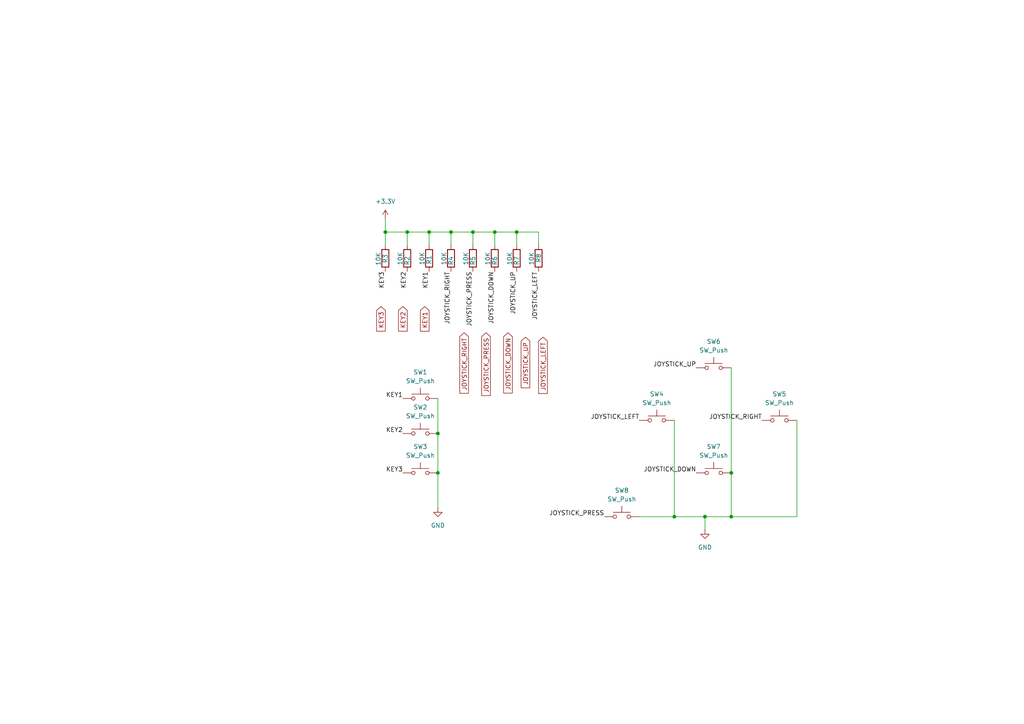
<source format=kicad_sch>
(kicad_sch (version 20250114) (generator "eeschema") (generator_version "9.0")
  (paper "A4")
  (lib_symbols
    (symbol "Device:R" (pin_numbers (hide yes)) (pin_names (offset 0))
      (property "Reference" "R" (at 2.032 0 90))
      (property "Value" "R" (at 0 0 90))
      (symbol "R_0_1"
        (rectangle (start -1.016 -2.54) (end 1.016 2.54) (stroke (width 0.254)))
      )
      (symbol "R_1_1"
        (pin passive line (at 0 3.81 270) (length 1.27) (name "~") (number "1"))
        (pin passive line (at 0 -3.81 90) (length 1.27) (name "~") (number "2"))
      )
    )
    (symbol "Switch:SW_Push" (pin_numbers (hide yes)) (pin_names (offset 1.016) (hide yes))
      (property "Reference" "SW" (at 1.27 2.54 0))
      (property "Value" "SW_Push" (at 0 -1.524 0))
      (symbol "SW_Push_0_1"
        (circle (center -2.032 0) (radius 0.508))
        (polyline (pts (xy 0 1.27) (xy 0 3.048)))
        (circle (center 2.032 0) (radius 0.508))
        (polyline (pts (xy 2.54 1.27) (xy -2.54 1.27)))
        (pin passive line (at -5.08 0 0) (length 2.54) (name "1") (number "1"))
        (pin passive line (at 5.08 0 180) (length 2.54) (name "2") (number "2"))
      )
    )
    (symbol "power:+3.3V" (power) (pin_names (offset 0))
      (property "Value" "+3.3V" (at 0 3.556 0))
      (symbol "+3.3V_0_1"
        (polyline (pts (xy -0.762 1.27) (xy 0 2.54)))
        (polyline (pts (xy 0 2.54) (xy 0.762 1.27)))
        (polyline (pts (xy 0 0) (xy 0 2.54)))
      )
      (symbol "+3.3V_1_1"
        (pin power_in line (at 0 0 90) (length 0) (hide yes) (name "+3.3V") (number "1"))
      )
    )
    (symbol "power:GND" (power) (pin_numbers (hide yes)) (pin_names (offset 0) (hide yes))
      (property "Value" "GND" (at 0 -3.81 0))
      (symbol "GND_0_1"
        (polyline (pts (xy 0 0) (xy 0 -1.27) (xy 1.27 -1.27) (xy 0 -2.54) (xy -1.27 -1.27) (xy 0 -1.27)))
      )
      (symbol "GND_1_1"
        (pin power_in line (at 0 0 270) (length 0) (name "~") (number "1"))
      )
    )
  )
  (junction (at 127 125.73))
  (junction (at 118.11 67.31))
  (junction (at 130.81 67.31))
  (junction (at 127 137.16))
  (junction (at 212.09 149.86))
  (junction (at 149.86 67.31))
  (junction (at 111.76 67.31))
  (junction (at 124.46 67.31))
  (junction (at 212.09 137.16))
  (junction (at 195.58 149.86))
  (junction (at 204.47 149.86))
  (junction (at 137.16 67.31))
  (junction (at 143.51 67.31))
  (wire (pts (xy 156.21 67.31) (xy 156.21 71.12)))
  (wire (pts (xy 118.11 67.31) (xy 124.46 67.31)))
  (wire (pts (xy 137.16 67.31) (xy 143.51 67.31)))
  (wire (pts (xy 212.09 106.68) (xy 212.09 137.16)))
  (wire (pts (xy 195.58 149.86) (xy 204.47 149.86)))
  (wire (pts (xy 124.46 67.31) (xy 130.81 67.31)))
  (wire (pts (xy 185.42 149.86) (xy 195.58 149.86)))
  (wire (pts (xy 124.46 71.12) (xy 124.46 67.31)))
  (wire (pts (xy 149.86 67.31) (xy 149.86 71.12)))
  (wire (pts (xy 149.86 67.31) (xy 156.21 67.31)))
  (wire (pts (xy 127 115.57) (xy 127 125.73)))
  (wire (pts (xy 127 125.73) (xy 127 137.16)))
  (wire (pts (xy 143.51 67.31) (xy 143.51 71.12)))
  (wire (pts (xy 231.14 149.86) (xy 231.14 121.92)))
  (wire (pts (xy 130.81 67.31) (xy 137.16 67.31)))
  (wire (pts (xy 111.76 67.31) (xy 118.11 67.31)))
  (wire (pts (xy 204.47 149.86) (xy 212.09 149.86)))
  (wire (pts (xy 111.76 67.31) (xy 111.76 71.12)))
  (wire (pts (xy 212.09 149.86) (xy 231.14 149.86)))
  (wire (pts (xy 143.51 67.31) (xy 149.86 67.31)))
  (wire (pts (xy 130.81 67.31) (xy 130.81 71.12)))
  (wire (pts (xy 118.11 67.31) (xy 118.11 71.12)))
  (wire (pts (xy 204.47 149.86) (xy 204.47 153.67)))
  (wire (pts (xy 212.09 137.16) (xy 212.09 149.86)))
  (wire (pts (xy 195.58 121.92) (xy 195.58 149.86)))
  (wire (pts (xy 127 137.16) (xy 127 147.32)))
  (wire (pts (xy 137.16 67.31) (xy 137.16 71.12)))
  (wire (pts (xy 111.76 63.5) (xy 111.76 67.31)))
  (label "KEY1" (at 124.46 78.74 270))
  (label "JOYSTICK_DOWN" (at 143.51 78.74 270))
  (label "KEY2" (at 118.11 78.74 270))
  (label "JOYSTICK_LEFT" (at 156.21 78.74 270))
  (label "JOYSTICK_PRESS" (at 137.16 78.74 270))
  (label "JOYSTICK_RIGHT" (at 220.98 121.92 180))
  (label "JOYSTICK_RIGHT" (at 130.81 78.74 270))
  (label "KEY1" (at 116.84 115.57 180))
  (label "JOYSTICK_PRESS" (at 175.26 149.86 180))
  (label "JOYSTICK_UP" (at 149.86 78.74 270))
  (label "JOYSTICK_UP" (at 201.93 106.68 180))
  (label "JOYSTICK_DOWN" (at 201.93 137.16 180))
  (label "KEY2" (at 116.84 125.73 180))
  (label "KEY3" (at 116.84 137.16 180))
  (label "JOYSTICK_LEFT" (at 185.42 121.92 180))
  (label "KEY3" (at 111.76 78.74 270))
  (global_label "KEY1" (shape input) (at 123.19 88.9 270) (property "Intersheetrefs" "${INTERSHEET_REFS}" (effects (hide yes))))
  (global_label "KEY2" (shape input) (at 116.84 88.9 270) (property "Intersheetrefs" "${INTERSHEET_REFS}" (effects (hide yes))))
  (global_label "KEY3" (shape input) (at 110.49 88.9 270) (property "Intersheetrefs" "${INTERSHEET_REFS}" (effects (hide yes))))
  (global_label "JOYSTICK_DOWN" (shape input) (at 147.32 96.52 270) (property "Intersheetrefs" "${INTERSHEET_REFS}" (effects (hide yes))))
  (global_label "JOYSTICK_UP" (shape input) (at 152.4 97.79 270) (property "Intersheetrefs" "${INTERSHEET_REFS}" (effects (hide yes))))
  (global_label "JOYSTICK_PRESS" (shape input) (at 140.97 96.52 270) (property "Intersheetrefs" "${INTERSHEET_REFS}" (effects (hide yes))))
  (global_label "JOYSTICK_LEFT" (shape input) (at 157.48 97.79 270) (property "Intersheetrefs" "${INTERSHEET_REFS}" (effects (hide yes))))
  (global_label "JOYSTICK_RIGHT" (shape input) (at 134.62 96.52 270) (property "Intersheetrefs" "${INTERSHEET_REFS}" (effects (hide yes))))
  (symbol (lib_id "Device:R") (at 111.76 74.93 0) (mirror y) (unit 1)
    (property "Reference" "R3" (at 111.76 73.66 90) (effects (justify right)))
    (property "Value" "10K" (at 109.728 73.152 90) (effects (justify right)))
    (property "Footprint" "Resistor_SMD:R_0805_2012Metric_Pad1.20x1.40mm_HandSolder" (effects (hide yes)))
    (property "Description" "Resistor" (effects (hide yes)))
  )
  (symbol (lib_id "Switch:SW_Push") (at 190.5 121.92 0) (unit 1)
    (property "Reference" "SW4" (at 190.5 114.3 0))
    (property "Value" "SW_Push" (at 190.5 116.84 0))
    (property "Footprint" "seedsigner-luckfox:BTN_SPST_NO_PTH" (effects (hide yes)))
    (property "Description" "Push button switch, generic, two pins" (effects (hide yes)))
  )
  (symbol (lib_id "power:GND") (at 204.47 153.67 0) (unit 1)
    (property "Reference" "#PWR013" (effects (hide yes)))
    (property "Value" "GND" (at 204.47 158.75 0))
    (property "Description" "Power symbol creates a global label with name \"GND\" , ground" (effects (hide yes)))
  )
  (symbol (lib_id "power:+3.3V") (at 111.76 63.5 0) (unit 1)
    (property "Reference" "#PWR010" (effects (hide yes)))
    (property "Value" "+3.3V" (at 111.76 58.42 0))
  )
  (symbol (lib_id "Switch:SW_Push") (at 121.92 115.57 0) (unit 1)
    (property "Reference" "SW1" (at 121.92 107.95 0))
    (property "Value" "SW_Push" (at 121.92 110.49 0))
    (property "Footprint" "seedsigner-luckfox:BTN_SPST_NO_PTH" (effects (hide yes)))
    (property "Description" "Push button switch, generic, two pins" (effects (hide yes)))
  )
  (symbol (lib_id "Device:R") (at 137.16 74.93 0) (mirror y) (unit 1)
    (property "Reference" "R5" (at 137.16 76.962 90) (effects (justify left)))
    (property "Value" "10K" (at 135.128 76.962 90) (effects (justify left)))
    (property "Footprint" "Resistor_SMD:R_0805_2012Metric_Pad1.20x1.40mm_HandSolder" (effects (hide yes)))
    (property "Description" "Resistor" (effects (hide yes)))
  )
  (symbol (lib_id "Switch:SW_Push") (at 121.92 137.16 0) (unit 1)
    (property "Reference" "SW3" (at 121.92 129.54 0))
    (property "Value" "SW_Push" (at 121.92 132.08 0))
    (property "Footprint" "seedsigner-luckfox:BTN_SPST_NO_PTH" (effects (hide yes)))
    (property "Description" "Push button switch, generic, two pins" (effects (hide yes)))
  )
  (symbol (lib_id "Switch:SW_Push") (at 121.92 125.73 0) (unit 1)
    (property "Reference" "SW2" (at 121.92 118.11 0))
    (property "Value" "SW_Push" (at 121.92 120.65 0))
    (property "Footprint" "seedsigner-luckfox:BTN_SPST_NO_PTH" (effects (hide yes)))
    (property "Description" "Push button switch, generic, two pins" (effects (hide yes)))
  )
  (symbol (lib_id "Device:R") (at 156.21 74.93 0) (mirror y) (unit 1)
    (property "Reference" "R8" (at 156.21 76.2 90) (effects (justify left)))
    (property "Value" "10K" (at 154.178 76.962 90) (effects (justify left)))
    (property "Footprint" "Resistor_SMD:R_0805_2012Metric_Pad1.20x1.40mm_HandSolder" (effects (hide yes)))
    (property "Description" "Resistor" (effects (hide yes)))
  )
  (symbol (lib_id "Device:R") (at 124.46 74.93 0) (mirror y) (unit 1)
    (property "Reference" "R1" (at 124.46 76.708 90) (effects (justify left)))
    (property "Value" "10K" (at 122.428 76.962 90) (effects (justify left)))
    (property "Footprint" "Resistor_SMD:R_0805_2012Metric_Pad1.20x1.40mm_HandSolder" (effects (hide yes)))
    (property "Description" "Resistor" (effects (hide yes)))
  )
  (symbol (lib_id "Switch:SW_Push") (at 180.34 149.86 0) (unit 1)
    (property "Reference" "SW8" (at 180.34 142.24 0))
    (property "Value" "SW_Push" (at 180.34 144.78 0))
    (property "Footprint" "seedsigner-luckfox:BTN_SPST_NO_PTH" (effects (hide yes)))
    (property "Description" "Push button switch, generic, two pins" (effects (hide yes)))
  )
  (symbol (lib_id "power:GND") (at 127 147.32 0) (unit 1)
    (property "Reference" "#PWR011" (effects (hide yes)))
    (property "Value" "GND" (at 127 152.4 0))
    (property "Description" "Power symbol creates a global label with name \"GND\" , ground" (effects (hide yes)))
  )
  (symbol (lib_id "Device:R") (at 149.86 74.93 0) (mirror y) (unit 1)
    (property "Reference" "R7" (at 149.86 76.962 90) (effects (justify left)))
    (property "Value" "10K" (at 147.828 76.962 90) (effects (justify left)))
    (property "Footprint" "Resistor_SMD:R_0805_2012Metric_Pad1.20x1.40mm_HandSolder" (effects (hide yes)))
    (property "Description" "Resistor" (effects (hide yes)))
  )
  (symbol (lib_id "Device:R") (at 143.51 74.93 0) (mirror y) (unit 1)
    (property "Reference" "R6" (at 143.51 76.962 90) (effects (justify left)))
    (property "Value" "10K" (at 141.478 76.962 90) (effects (justify left)))
    (property "Footprint" "Resistor_SMD:R_0805_2012Metric_Pad1.20x1.40mm_HandSolder" (effects (hide yes)))
    (property "Description" "Resistor" (effects (hide yes)))
  )
  (symbol (lib_id "Device:R") (at 130.81 74.93 0) (mirror y) (unit 1)
    (property "Reference" "R4" (at 130.81 76.962 90) (effects (justify left)))
    (property "Value" "10K" (at 128.778 76.962 90) (effects (justify left)))
    (property "Footprint" "Resistor_SMD:R_0805_2012Metric_Pad1.20x1.40mm_HandSolder" (effects (hide yes)))
    (property "Description" "Resistor" (effects (hide yes)))
  )
  (symbol (lib_id "Switch:SW_Push") (at 207.01 137.16 0) (unit 1)
    (property "Reference" "SW7" (at 207.01 129.54 0))
    (property "Value" "SW_Push" (at 207.01 132.08 0))
    (property "Footprint" "seedsigner-luckfox:BTN_SPST_NO_PTH" (effects (hide yes)))
    (property "Description" "Push button switch, generic, two pins" (effects (hide yes)))
  )
  (symbol (lib_id "Device:R") (at 118.11 74.93 0) (mirror y) (unit 1)
    (property "Reference" "R2" (at 118.11 76.962 90) (effects (justify left)))
    (property "Value" "10K" (at 116.078 76.962 90) (effects (justify left)))
    (property "Footprint" "Resistor_SMD:R_0805_2012Metric_Pad1.20x1.40mm_HandSolder" (effects (hide yes)))
    (property "Description" "Resistor" (effects (hide yes)))
  )
  (symbol (lib_id "Switch:SW_Push") (at 207.01 106.68 0) (unit 1)
    (property "Reference" "SW6" (at 207.01 99.06 0))
    (property "Value" "SW_Push" (at 207.01 101.6 0))
    (property "Footprint" "seedsigner-luckfox:BTN_SPST_NO_PTH" (effects (hide yes)))
    (property "Description" "Push button switch, generic, two pins" (effects (hide yes)))
  )
  (symbol (lib_id "Switch:SW_Push") (at 226.06 121.92 0) (unit 1)
    (property "Reference" "SW5" (at 226.06 114.3 0))
    (property "Value" "SW_Push" (at 226.06 116.84 0))
    (property "Footprint" "seedsigner-luckfox:BTN_SPST_NO_PTH" (effects (hide yes)))
    (property "Description" "Push button switch, generic, two pins" (effects (hide yes)))
  )
)
</source>
